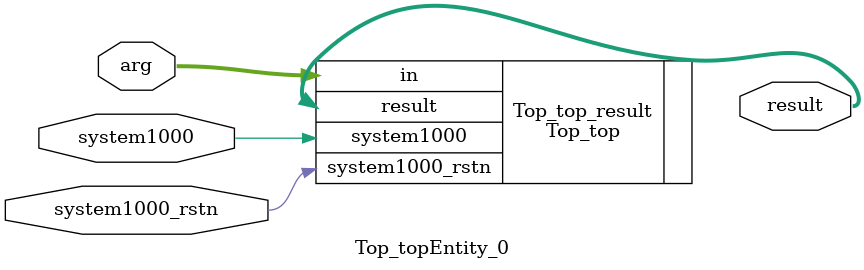
<source format=v>
module Top_topEntity_0(arg
                      ,// clock
                      system1000
                      ,// asynchronous reset: active low
                      system1000_rstn
                      ,result);
  input [1:0] arg;
  input system1000;
  input system1000_rstn;
  output [120:0] result;
  Top_top Top_top_result
  (.result (result)
  ,.system1000 (system1000)
  ,.system1000_rstn (system1000_rstn)
  ,.in (arg));
endmodule

</source>
